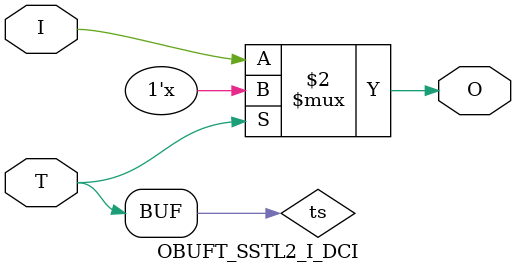
<source format=v>

/*

FUNCTION    : TRI-STATE OUTPUT BUFFER

*/

`celldefine
`timescale  100 ps / 10 ps

module OBUFT_SSTL2_I_DCI (O, I, T);

    output O;

    input  I, T;

    or O1 (ts, 1'b0, T);
    bufif0 T1 (O, I, ts);

endmodule

</source>
